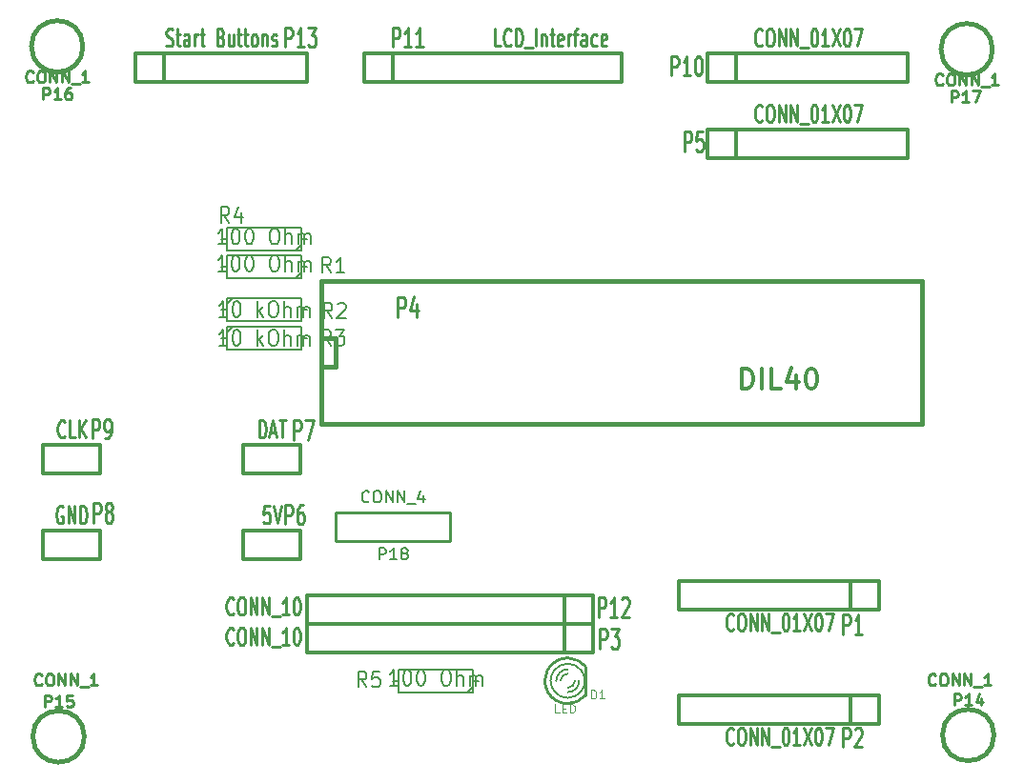
<source format=gto>
G04 (created by PCBNEW (2013-07-07 BZR 4022)-stable) date 12/21/2016 7:44:16 PM*
%MOIN*%
G04 Gerber Fmt 3.4, Leading zero omitted, Abs format*
%FSLAX34Y34*%
G01*
G70*
G90*
G04 APERTURE LIST*
%ADD10C,0.00590551*%
%ADD11C,0.012*%
%ADD12C,0.01*%
%ADD13C,0.006*%
%ADD14C,0.015*%
%ADD15C,0.008*%
%ADD16C,0.0107*%
%ADD17C,0.0035*%
%ADD18C,0.01125*%
G04 APERTURE END LIST*
G54D10*
G54D11*
X94500Y-54050D02*
X94500Y-55050D01*
X94500Y-55050D02*
X85500Y-55050D01*
X85500Y-55050D02*
X85500Y-54050D01*
X94500Y-54050D02*
X85500Y-54050D01*
X86500Y-54050D02*
X86500Y-55050D01*
X97500Y-54050D02*
X97500Y-54050D01*
X97500Y-54050D02*
X104500Y-54050D01*
X104500Y-54050D02*
X104500Y-55050D01*
X104500Y-55050D02*
X97500Y-55050D01*
X97500Y-55050D02*
X97500Y-54050D01*
X98500Y-55050D02*
X98500Y-55050D01*
X98500Y-55050D02*
X98500Y-54050D01*
X97500Y-56700D02*
X97500Y-56700D01*
X97500Y-56700D02*
X104500Y-56700D01*
X104500Y-56700D02*
X104500Y-57700D01*
X104500Y-57700D02*
X97500Y-57700D01*
X97500Y-57700D02*
X97500Y-56700D01*
X98500Y-57700D02*
X98500Y-57700D01*
X98500Y-57700D02*
X98500Y-56700D01*
X103500Y-77500D02*
X103500Y-77500D01*
X103500Y-77500D02*
X96500Y-77500D01*
X96500Y-77500D02*
X96500Y-76500D01*
X96500Y-76500D02*
X103500Y-76500D01*
X103500Y-76500D02*
X103500Y-77500D01*
X102500Y-76500D02*
X102500Y-76500D01*
X102500Y-76500D02*
X102500Y-77500D01*
X103500Y-73500D02*
X103500Y-73500D01*
X103500Y-73500D02*
X96500Y-73500D01*
X96500Y-73500D02*
X96500Y-72500D01*
X96500Y-72500D02*
X103500Y-72500D01*
X103500Y-72500D02*
X103500Y-73500D01*
X102500Y-72500D02*
X102500Y-72500D01*
X102500Y-72500D02*
X102500Y-73500D01*
X77500Y-55050D02*
X77500Y-54050D01*
X77500Y-54050D02*
X83500Y-54050D01*
X83500Y-54050D02*
X83500Y-55050D01*
X83500Y-55050D02*
X77500Y-55050D01*
X78500Y-55050D02*
X78500Y-54050D01*
X81250Y-68750D02*
X81250Y-67750D01*
X81250Y-67750D02*
X83250Y-67750D01*
X83250Y-67750D02*
X83250Y-68750D01*
X83250Y-68750D02*
X81250Y-68750D01*
X81250Y-71750D02*
X81250Y-70750D01*
X81250Y-70750D02*
X83250Y-70750D01*
X83250Y-70750D02*
X83250Y-71750D01*
X83250Y-71750D02*
X81250Y-71750D01*
X74250Y-71750D02*
X74250Y-70750D01*
X74250Y-70750D02*
X76250Y-70750D01*
X76250Y-70750D02*
X76250Y-71750D01*
X76250Y-71750D02*
X74250Y-71750D01*
X74250Y-68750D02*
X74250Y-67750D01*
X74250Y-67750D02*
X76250Y-67750D01*
X76250Y-67750D02*
X76250Y-68750D01*
X76250Y-68750D02*
X74250Y-68750D01*
G54D12*
X93220Y-76500D02*
X93220Y-75500D01*
G54D13*
X92139Y-75615D02*
G75*
G03X92000Y-76000I460J-384D01*
G74*
G01*
X92000Y-76000D02*
G75*
G03X92151Y-76397I599J0D01*
G74*
G01*
X93199Y-76000D02*
G75*
G03X93055Y-75610I-599J0D01*
G74*
G01*
X93060Y-76384D02*
G75*
G03X93200Y-76000I-460J384D01*
G74*
G01*
X93087Y-75650D02*
G75*
G03X92600Y-75400I-487J-349D01*
G74*
G01*
X92600Y-75400D02*
G75*
G03X92120Y-75639I0J-600D01*
G74*
G01*
X92600Y-76599D02*
G75*
G03X93072Y-76368I0J599D01*
G74*
G01*
X92126Y-76368D02*
G75*
G03X92600Y-76600I473J368D01*
G74*
G01*
X92600Y-75750D02*
G75*
G03X92350Y-76000I0J-250D01*
G74*
G01*
X92600Y-75600D02*
G75*
G03X92200Y-76000I0J-400D01*
G74*
G01*
X92600Y-76250D02*
G75*
G03X92850Y-76000I0J250D01*
G74*
G01*
X92600Y-76400D02*
G75*
G03X93000Y-76000I0J400D01*
G74*
G01*
G54D12*
X93213Y-75486D02*
G75*
G03X92600Y-75200I-613J-513D01*
G74*
G01*
X92600Y-75201D02*
G75*
G03X91895Y-75623I0J-799D01*
G74*
G01*
X92601Y-76798D02*
G75*
G03X93210Y-76515I-1J798D01*
G74*
G01*
X91905Y-76397D02*
G75*
G03X92600Y-76800I694J397D01*
G74*
G01*
X91895Y-75620D02*
G75*
G03X91800Y-76000I704J-379D01*
G74*
G01*
X91800Y-76000D02*
G75*
G03X91918Y-76418I799J0D01*
G74*
G01*
G54D14*
X84000Y-64000D02*
X84500Y-64000D01*
X84500Y-64000D02*
X84500Y-65000D01*
X84500Y-65000D02*
X84000Y-65000D01*
X84000Y-62000D02*
X105000Y-62000D01*
X105000Y-62000D02*
X105000Y-67000D01*
X105000Y-67000D02*
X84000Y-67000D01*
X84000Y-67000D02*
X84000Y-62000D01*
G54D11*
X93500Y-73000D02*
X93500Y-74000D01*
X93500Y-74000D02*
X83500Y-74000D01*
X83500Y-74000D02*
X83500Y-73000D01*
X83500Y-73000D02*
X93500Y-73000D01*
X92500Y-73000D02*
X92500Y-74000D01*
X93500Y-74000D02*
X93500Y-75000D01*
X93500Y-75000D02*
X83500Y-75000D01*
X83500Y-75000D02*
X83500Y-74000D01*
X83500Y-74000D02*
X93500Y-74000D01*
X92500Y-74000D02*
X92500Y-75000D01*
G54D15*
X80500Y-63000D02*
X80700Y-63000D01*
X83500Y-63000D02*
X83300Y-63000D01*
X83300Y-63000D02*
X83300Y-62600D01*
X83300Y-62600D02*
X80700Y-62600D01*
X80700Y-62600D02*
X80700Y-63400D01*
X80700Y-63400D02*
X83300Y-63400D01*
X83300Y-63400D02*
X83300Y-63000D01*
X80700Y-62800D02*
X80900Y-62600D01*
G54D14*
X107500Y-77900D02*
G75*
G03X107500Y-77900I-900J0D01*
G74*
G01*
X75700Y-77950D02*
G75*
G03X75700Y-77950I-900J0D01*
G74*
G01*
X75650Y-53800D02*
G75*
G03X75650Y-53800I-900J0D01*
G74*
G01*
X107450Y-53900D02*
G75*
G03X107450Y-53900I-900J0D01*
G74*
G01*
G54D15*
X83500Y-61500D02*
X83300Y-61500D01*
X80500Y-61500D02*
X80700Y-61500D01*
X80700Y-61500D02*
X80700Y-61900D01*
X80700Y-61900D02*
X83300Y-61900D01*
X83300Y-61900D02*
X83300Y-61100D01*
X83300Y-61100D02*
X80700Y-61100D01*
X80700Y-61100D02*
X80700Y-61500D01*
X83300Y-61700D02*
X83100Y-61900D01*
X80500Y-64000D02*
X80700Y-64000D01*
X83500Y-64000D02*
X83300Y-64000D01*
X83300Y-64000D02*
X83300Y-63600D01*
X83300Y-63600D02*
X80700Y-63600D01*
X80700Y-63600D02*
X80700Y-64400D01*
X80700Y-64400D02*
X83300Y-64400D01*
X83300Y-64400D02*
X83300Y-64000D01*
X80700Y-63800D02*
X80900Y-63600D01*
X83500Y-60550D02*
X83300Y-60550D01*
X80500Y-60550D02*
X80700Y-60550D01*
X80700Y-60550D02*
X80700Y-60950D01*
X80700Y-60950D02*
X83300Y-60950D01*
X83300Y-60950D02*
X83300Y-60150D01*
X83300Y-60150D02*
X80700Y-60150D01*
X80700Y-60150D02*
X80700Y-60550D01*
X83300Y-60750D02*
X83100Y-60950D01*
X89500Y-76000D02*
X89300Y-76000D01*
X86500Y-76000D02*
X86700Y-76000D01*
X86700Y-76000D02*
X86700Y-76400D01*
X86700Y-76400D02*
X89300Y-76400D01*
X89300Y-76400D02*
X89300Y-75600D01*
X89300Y-75600D02*
X86700Y-75600D01*
X86700Y-75600D02*
X86700Y-76000D01*
X89300Y-76200D02*
X89100Y-76400D01*
G54D12*
X84500Y-70100D02*
X88500Y-70100D01*
X84500Y-71100D02*
X88500Y-71100D01*
X88500Y-71100D02*
X88500Y-70100D01*
X84500Y-70100D02*
X84500Y-71100D01*
G54D16*
X86480Y-53825D02*
X86480Y-53144D01*
X86643Y-53144D01*
X86684Y-53177D01*
X86704Y-53209D01*
X86724Y-53274D01*
X86724Y-53371D01*
X86704Y-53436D01*
X86684Y-53468D01*
X86643Y-53501D01*
X86480Y-53501D01*
X87132Y-53825D02*
X86887Y-53825D01*
X87010Y-53825D02*
X87010Y-53144D01*
X86969Y-53241D01*
X86928Y-53306D01*
X86887Y-53339D01*
X87540Y-53825D02*
X87295Y-53825D01*
X87417Y-53825D02*
X87417Y-53144D01*
X87377Y-53241D01*
X87336Y-53306D01*
X87295Y-53339D01*
G54D11*
G54D12*
X90247Y-53792D02*
X90057Y-53792D01*
X90057Y-53192D01*
X90609Y-53735D02*
X90590Y-53764D01*
X90533Y-53792D01*
X90495Y-53792D01*
X90438Y-53764D01*
X90400Y-53707D01*
X90380Y-53650D01*
X90361Y-53535D01*
X90361Y-53450D01*
X90380Y-53335D01*
X90400Y-53278D01*
X90438Y-53221D01*
X90495Y-53192D01*
X90533Y-53192D01*
X90590Y-53221D01*
X90609Y-53250D01*
X90780Y-53792D02*
X90780Y-53192D01*
X90876Y-53192D01*
X90933Y-53221D01*
X90971Y-53278D01*
X90990Y-53335D01*
X91009Y-53450D01*
X91009Y-53535D01*
X90990Y-53650D01*
X90971Y-53707D01*
X90933Y-53764D01*
X90876Y-53792D01*
X90780Y-53792D01*
X91085Y-53850D02*
X91390Y-53850D01*
X91485Y-53792D02*
X91485Y-53192D01*
X91676Y-53392D02*
X91676Y-53792D01*
X91676Y-53450D02*
X91695Y-53421D01*
X91733Y-53392D01*
X91790Y-53392D01*
X91828Y-53421D01*
X91847Y-53478D01*
X91847Y-53792D01*
X91980Y-53392D02*
X92133Y-53392D01*
X92038Y-53192D02*
X92038Y-53707D01*
X92057Y-53764D01*
X92095Y-53792D01*
X92133Y-53792D01*
X92419Y-53764D02*
X92380Y-53792D01*
X92304Y-53792D01*
X92266Y-53764D01*
X92247Y-53707D01*
X92247Y-53478D01*
X92266Y-53421D01*
X92304Y-53392D01*
X92380Y-53392D01*
X92419Y-53421D01*
X92438Y-53478D01*
X92438Y-53535D01*
X92247Y-53592D01*
X92609Y-53792D02*
X92609Y-53392D01*
X92609Y-53507D02*
X92628Y-53450D01*
X92647Y-53421D01*
X92685Y-53392D01*
X92723Y-53392D01*
X92800Y-53392D02*
X92952Y-53392D01*
X92857Y-53792D02*
X92857Y-53278D01*
X92876Y-53221D01*
X92914Y-53192D01*
X92952Y-53192D01*
X93257Y-53792D02*
X93257Y-53478D01*
X93238Y-53421D01*
X93199Y-53392D01*
X93123Y-53392D01*
X93085Y-53421D01*
X93257Y-53764D02*
X93219Y-53792D01*
X93123Y-53792D01*
X93085Y-53764D01*
X93066Y-53707D01*
X93066Y-53650D01*
X93085Y-53592D01*
X93123Y-53564D01*
X93219Y-53564D01*
X93257Y-53535D01*
X93619Y-53764D02*
X93580Y-53792D01*
X93504Y-53792D01*
X93466Y-53764D01*
X93447Y-53735D01*
X93428Y-53678D01*
X93428Y-53507D01*
X93447Y-53450D01*
X93466Y-53421D01*
X93504Y-53392D01*
X93580Y-53392D01*
X93619Y-53421D01*
X93942Y-53764D02*
X93904Y-53792D01*
X93828Y-53792D01*
X93790Y-53764D01*
X93771Y-53707D01*
X93771Y-53478D01*
X93790Y-53421D01*
X93828Y-53392D01*
X93904Y-53392D01*
X93942Y-53421D01*
X93961Y-53478D01*
X93961Y-53535D01*
X93771Y-53592D01*
G54D11*
G54D16*
X96230Y-54825D02*
X96230Y-54144D01*
X96393Y-54144D01*
X96434Y-54177D01*
X96454Y-54209D01*
X96474Y-54274D01*
X96474Y-54371D01*
X96454Y-54436D01*
X96434Y-54468D01*
X96393Y-54501D01*
X96230Y-54501D01*
X96882Y-54825D02*
X96637Y-54825D01*
X96760Y-54825D02*
X96760Y-54144D01*
X96719Y-54241D01*
X96678Y-54306D01*
X96637Y-54339D01*
X97147Y-54144D02*
X97188Y-54144D01*
X97228Y-54177D01*
X97249Y-54209D01*
X97269Y-54274D01*
X97290Y-54404D01*
X97290Y-54566D01*
X97269Y-54695D01*
X97249Y-54760D01*
X97228Y-54793D01*
X97188Y-54825D01*
X97147Y-54825D01*
X97106Y-54793D01*
X97086Y-54760D01*
X97065Y-54695D01*
X97045Y-54566D01*
X97045Y-54404D01*
X97065Y-54274D01*
X97086Y-54209D01*
X97106Y-54177D01*
X97147Y-54144D01*
G54D11*
G54D12*
X99390Y-53735D02*
X99371Y-53764D01*
X99314Y-53792D01*
X99276Y-53792D01*
X99219Y-53764D01*
X99180Y-53707D01*
X99161Y-53650D01*
X99142Y-53535D01*
X99142Y-53450D01*
X99161Y-53335D01*
X99180Y-53278D01*
X99219Y-53221D01*
X99276Y-53192D01*
X99314Y-53192D01*
X99371Y-53221D01*
X99390Y-53250D01*
X99638Y-53192D02*
X99714Y-53192D01*
X99752Y-53221D01*
X99790Y-53278D01*
X99809Y-53392D01*
X99809Y-53592D01*
X99790Y-53707D01*
X99752Y-53764D01*
X99714Y-53792D01*
X99638Y-53792D01*
X99600Y-53764D01*
X99561Y-53707D01*
X99542Y-53592D01*
X99542Y-53392D01*
X99561Y-53278D01*
X99600Y-53221D01*
X99638Y-53192D01*
X99980Y-53792D02*
X99980Y-53192D01*
X100209Y-53792D01*
X100209Y-53192D01*
X100400Y-53792D02*
X100400Y-53192D01*
X100628Y-53792D01*
X100628Y-53192D01*
X100723Y-53850D02*
X101028Y-53850D01*
X101200Y-53192D02*
X101238Y-53192D01*
X101276Y-53221D01*
X101295Y-53250D01*
X101314Y-53307D01*
X101333Y-53421D01*
X101333Y-53564D01*
X101314Y-53678D01*
X101295Y-53735D01*
X101276Y-53764D01*
X101238Y-53792D01*
X101200Y-53792D01*
X101161Y-53764D01*
X101142Y-53735D01*
X101123Y-53678D01*
X101104Y-53564D01*
X101104Y-53421D01*
X101123Y-53307D01*
X101142Y-53250D01*
X101161Y-53221D01*
X101200Y-53192D01*
X101714Y-53792D02*
X101485Y-53792D01*
X101600Y-53792D02*
X101600Y-53192D01*
X101561Y-53278D01*
X101523Y-53335D01*
X101485Y-53364D01*
X101847Y-53192D02*
X102114Y-53792D01*
X102114Y-53192D02*
X101847Y-53792D01*
X102342Y-53192D02*
X102380Y-53192D01*
X102419Y-53221D01*
X102438Y-53250D01*
X102457Y-53307D01*
X102476Y-53421D01*
X102476Y-53564D01*
X102457Y-53678D01*
X102438Y-53735D01*
X102419Y-53764D01*
X102380Y-53792D01*
X102342Y-53792D01*
X102304Y-53764D01*
X102285Y-53735D01*
X102266Y-53678D01*
X102247Y-53564D01*
X102247Y-53421D01*
X102266Y-53307D01*
X102285Y-53250D01*
X102304Y-53221D01*
X102342Y-53192D01*
X102609Y-53192D02*
X102876Y-53192D01*
X102704Y-53792D01*
G54D11*
G54D16*
X96684Y-57475D02*
X96684Y-56794D01*
X96847Y-56794D01*
X96887Y-56827D01*
X96908Y-56859D01*
X96928Y-56924D01*
X96928Y-57021D01*
X96908Y-57086D01*
X96887Y-57118D01*
X96847Y-57151D01*
X96684Y-57151D01*
X97315Y-56794D02*
X97112Y-56794D01*
X97091Y-57118D01*
X97112Y-57086D01*
X97152Y-57054D01*
X97254Y-57054D01*
X97295Y-57086D01*
X97315Y-57118D01*
X97336Y-57183D01*
X97336Y-57345D01*
X97315Y-57410D01*
X97295Y-57443D01*
X97254Y-57475D01*
X97152Y-57475D01*
X97112Y-57443D01*
X97091Y-57410D01*
G54D11*
G54D12*
X99390Y-56385D02*
X99371Y-56414D01*
X99314Y-56442D01*
X99276Y-56442D01*
X99219Y-56414D01*
X99180Y-56357D01*
X99161Y-56300D01*
X99142Y-56185D01*
X99142Y-56100D01*
X99161Y-55985D01*
X99180Y-55928D01*
X99219Y-55871D01*
X99276Y-55842D01*
X99314Y-55842D01*
X99371Y-55871D01*
X99390Y-55900D01*
X99638Y-55842D02*
X99714Y-55842D01*
X99752Y-55871D01*
X99790Y-55928D01*
X99809Y-56042D01*
X99809Y-56242D01*
X99790Y-56357D01*
X99752Y-56414D01*
X99714Y-56442D01*
X99638Y-56442D01*
X99600Y-56414D01*
X99561Y-56357D01*
X99542Y-56242D01*
X99542Y-56042D01*
X99561Y-55928D01*
X99600Y-55871D01*
X99638Y-55842D01*
X99980Y-56442D02*
X99980Y-55842D01*
X100209Y-56442D01*
X100209Y-55842D01*
X100400Y-56442D02*
X100400Y-55842D01*
X100628Y-56442D01*
X100628Y-55842D01*
X100723Y-56500D02*
X101028Y-56500D01*
X101200Y-55842D02*
X101238Y-55842D01*
X101276Y-55871D01*
X101295Y-55900D01*
X101314Y-55957D01*
X101333Y-56071D01*
X101333Y-56214D01*
X101314Y-56328D01*
X101295Y-56385D01*
X101276Y-56414D01*
X101238Y-56442D01*
X101200Y-56442D01*
X101161Y-56414D01*
X101142Y-56385D01*
X101123Y-56328D01*
X101104Y-56214D01*
X101104Y-56071D01*
X101123Y-55957D01*
X101142Y-55900D01*
X101161Y-55871D01*
X101200Y-55842D01*
X101714Y-56442D02*
X101485Y-56442D01*
X101600Y-56442D02*
X101600Y-55842D01*
X101561Y-55928D01*
X101523Y-55985D01*
X101485Y-56014D01*
X101847Y-55842D02*
X102114Y-56442D01*
X102114Y-55842D02*
X101847Y-56442D01*
X102342Y-55842D02*
X102380Y-55842D01*
X102419Y-55871D01*
X102438Y-55900D01*
X102457Y-55957D01*
X102476Y-56071D01*
X102476Y-56214D01*
X102457Y-56328D01*
X102438Y-56385D01*
X102419Y-56414D01*
X102380Y-56442D01*
X102342Y-56442D01*
X102304Y-56414D01*
X102285Y-56385D01*
X102266Y-56328D01*
X102247Y-56214D01*
X102247Y-56071D01*
X102266Y-55957D01*
X102285Y-55900D01*
X102304Y-55871D01*
X102342Y-55842D01*
X102609Y-55842D02*
X102876Y-55842D01*
X102704Y-56442D01*
G54D11*
G54D16*
X102234Y-78325D02*
X102234Y-77644D01*
X102397Y-77644D01*
X102437Y-77677D01*
X102458Y-77709D01*
X102478Y-77774D01*
X102478Y-77871D01*
X102458Y-77936D01*
X102437Y-77968D01*
X102397Y-78001D01*
X102234Y-78001D01*
X102641Y-77709D02*
X102662Y-77677D01*
X102702Y-77644D01*
X102804Y-77644D01*
X102845Y-77677D01*
X102865Y-77709D01*
X102886Y-77774D01*
X102886Y-77839D01*
X102865Y-77936D01*
X102621Y-78325D01*
X102886Y-78325D01*
G54D11*
G54D12*
X98390Y-78185D02*
X98371Y-78214D01*
X98314Y-78242D01*
X98276Y-78242D01*
X98219Y-78214D01*
X98180Y-78157D01*
X98161Y-78100D01*
X98142Y-77985D01*
X98142Y-77900D01*
X98161Y-77785D01*
X98180Y-77728D01*
X98219Y-77671D01*
X98276Y-77642D01*
X98314Y-77642D01*
X98371Y-77671D01*
X98390Y-77700D01*
X98638Y-77642D02*
X98714Y-77642D01*
X98752Y-77671D01*
X98790Y-77728D01*
X98809Y-77842D01*
X98809Y-78042D01*
X98790Y-78157D01*
X98752Y-78214D01*
X98714Y-78242D01*
X98638Y-78242D01*
X98600Y-78214D01*
X98561Y-78157D01*
X98542Y-78042D01*
X98542Y-77842D01*
X98561Y-77728D01*
X98600Y-77671D01*
X98638Y-77642D01*
X98980Y-78242D02*
X98980Y-77642D01*
X99209Y-78242D01*
X99209Y-77642D01*
X99400Y-78242D02*
X99400Y-77642D01*
X99628Y-78242D01*
X99628Y-77642D01*
X99723Y-78300D02*
X100028Y-78300D01*
X100200Y-77642D02*
X100238Y-77642D01*
X100276Y-77671D01*
X100295Y-77700D01*
X100314Y-77757D01*
X100333Y-77871D01*
X100333Y-78014D01*
X100314Y-78128D01*
X100295Y-78185D01*
X100276Y-78214D01*
X100238Y-78242D01*
X100200Y-78242D01*
X100161Y-78214D01*
X100142Y-78185D01*
X100123Y-78128D01*
X100104Y-78014D01*
X100104Y-77871D01*
X100123Y-77757D01*
X100142Y-77700D01*
X100161Y-77671D01*
X100200Y-77642D01*
X100714Y-78242D02*
X100485Y-78242D01*
X100600Y-78242D02*
X100600Y-77642D01*
X100561Y-77728D01*
X100523Y-77785D01*
X100485Y-77814D01*
X100847Y-77642D02*
X101114Y-78242D01*
X101114Y-77642D02*
X100847Y-78242D01*
X101342Y-77642D02*
X101380Y-77642D01*
X101419Y-77671D01*
X101438Y-77700D01*
X101457Y-77757D01*
X101476Y-77871D01*
X101476Y-78014D01*
X101457Y-78128D01*
X101438Y-78185D01*
X101419Y-78214D01*
X101380Y-78242D01*
X101342Y-78242D01*
X101304Y-78214D01*
X101285Y-78185D01*
X101266Y-78128D01*
X101247Y-78014D01*
X101247Y-77871D01*
X101266Y-77757D01*
X101285Y-77700D01*
X101304Y-77671D01*
X101342Y-77642D01*
X101609Y-77642D02*
X101876Y-77642D01*
X101704Y-78242D01*
G54D11*
G54D16*
X102234Y-74375D02*
X102234Y-73694D01*
X102397Y-73694D01*
X102437Y-73727D01*
X102458Y-73759D01*
X102478Y-73824D01*
X102478Y-73921D01*
X102458Y-73986D01*
X102437Y-74018D01*
X102397Y-74051D01*
X102234Y-74051D01*
X102886Y-74375D02*
X102641Y-74375D01*
X102764Y-74375D02*
X102764Y-73694D01*
X102723Y-73791D01*
X102682Y-73856D01*
X102641Y-73889D01*
G54D11*
G54D12*
X98390Y-74185D02*
X98371Y-74214D01*
X98314Y-74242D01*
X98276Y-74242D01*
X98219Y-74214D01*
X98180Y-74157D01*
X98161Y-74100D01*
X98142Y-73985D01*
X98142Y-73900D01*
X98161Y-73785D01*
X98180Y-73728D01*
X98219Y-73671D01*
X98276Y-73642D01*
X98314Y-73642D01*
X98371Y-73671D01*
X98390Y-73700D01*
X98638Y-73642D02*
X98714Y-73642D01*
X98752Y-73671D01*
X98790Y-73728D01*
X98809Y-73842D01*
X98809Y-74042D01*
X98790Y-74157D01*
X98752Y-74214D01*
X98714Y-74242D01*
X98638Y-74242D01*
X98600Y-74214D01*
X98561Y-74157D01*
X98542Y-74042D01*
X98542Y-73842D01*
X98561Y-73728D01*
X98600Y-73671D01*
X98638Y-73642D01*
X98980Y-74242D02*
X98980Y-73642D01*
X99209Y-74242D01*
X99209Y-73642D01*
X99400Y-74242D02*
X99400Y-73642D01*
X99628Y-74242D01*
X99628Y-73642D01*
X99723Y-74300D02*
X100028Y-74300D01*
X100200Y-73642D02*
X100238Y-73642D01*
X100276Y-73671D01*
X100295Y-73700D01*
X100314Y-73757D01*
X100333Y-73871D01*
X100333Y-74014D01*
X100314Y-74128D01*
X100295Y-74185D01*
X100276Y-74214D01*
X100238Y-74242D01*
X100200Y-74242D01*
X100161Y-74214D01*
X100142Y-74185D01*
X100123Y-74128D01*
X100104Y-74014D01*
X100104Y-73871D01*
X100123Y-73757D01*
X100142Y-73700D01*
X100161Y-73671D01*
X100200Y-73642D01*
X100714Y-74242D02*
X100485Y-74242D01*
X100600Y-74242D02*
X100600Y-73642D01*
X100561Y-73728D01*
X100523Y-73785D01*
X100485Y-73814D01*
X100847Y-73642D02*
X101114Y-74242D01*
X101114Y-73642D02*
X100847Y-74242D01*
X101342Y-73642D02*
X101380Y-73642D01*
X101419Y-73671D01*
X101438Y-73700D01*
X101457Y-73757D01*
X101476Y-73871D01*
X101476Y-74014D01*
X101457Y-74128D01*
X101438Y-74185D01*
X101419Y-74214D01*
X101380Y-74242D01*
X101342Y-74242D01*
X101304Y-74214D01*
X101285Y-74185D01*
X101266Y-74128D01*
X101247Y-74014D01*
X101247Y-73871D01*
X101266Y-73757D01*
X101285Y-73700D01*
X101304Y-73671D01*
X101342Y-73642D01*
X101609Y-73642D02*
X101876Y-73642D01*
X101704Y-74242D01*
G54D11*
G54D16*
X82730Y-53825D02*
X82730Y-53144D01*
X82893Y-53144D01*
X82934Y-53177D01*
X82954Y-53209D01*
X82974Y-53274D01*
X82974Y-53371D01*
X82954Y-53436D01*
X82934Y-53468D01*
X82893Y-53501D01*
X82730Y-53501D01*
X83382Y-53825D02*
X83137Y-53825D01*
X83260Y-53825D02*
X83260Y-53144D01*
X83219Y-53241D01*
X83178Y-53306D01*
X83137Y-53339D01*
X83525Y-53144D02*
X83790Y-53144D01*
X83647Y-53404D01*
X83708Y-53404D01*
X83749Y-53436D01*
X83769Y-53468D01*
X83790Y-53533D01*
X83790Y-53695D01*
X83769Y-53760D01*
X83749Y-53793D01*
X83708Y-53825D01*
X83586Y-53825D01*
X83545Y-53793D01*
X83525Y-53760D01*
G54D11*
G54D12*
X78566Y-53764D02*
X78623Y-53792D01*
X78719Y-53792D01*
X78757Y-53764D01*
X78776Y-53735D01*
X78795Y-53678D01*
X78795Y-53621D01*
X78776Y-53564D01*
X78757Y-53535D01*
X78719Y-53507D01*
X78642Y-53478D01*
X78604Y-53450D01*
X78585Y-53421D01*
X78566Y-53364D01*
X78566Y-53307D01*
X78585Y-53250D01*
X78604Y-53221D01*
X78642Y-53192D01*
X78738Y-53192D01*
X78795Y-53221D01*
X78909Y-53392D02*
X79061Y-53392D01*
X78966Y-53192D02*
X78966Y-53707D01*
X78985Y-53764D01*
X79023Y-53792D01*
X79061Y-53792D01*
X79366Y-53792D02*
X79366Y-53478D01*
X79347Y-53421D01*
X79309Y-53392D01*
X79233Y-53392D01*
X79195Y-53421D01*
X79366Y-53764D02*
X79328Y-53792D01*
X79233Y-53792D01*
X79195Y-53764D01*
X79176Y-53707D01*
X79176Y-53650D01*
X79195Y-53592D01*
X79233Y-53564D01*
X79328Y-53564D01*
X79366Y-53535D01*
X79557Y-53792D02*
X79557Y-53392D01*
X79557Y-53507D02*
X79576Y-53450D01*
X79595Y-53421D01*
X79633Y-53392D01*
X79671Y-53392D01*
X79747Y-53392D02*
X79900Y-53392D01*
X79804Y-53192D02*
X79804Y-53707D01*
X79823Y-53764D01*
X79861Y-53792D01*
X79900Y-53792D01*
X80471Y-53478D02*
X80528Y-53507D01*
X80547Y-53535D01*
X80566Y-53592D01*
X80566Y-53678D01*
X80547Y-53735D01*
X80528Y-53764D01*
X80490Y-53792D01*
X80338Y-53792D01*
X80338Y-53192D01*
X80471Y-53192D01*
X80509Y-53221D01*
X80528Y-53250D01*
X80547Y-53307D01*
X80547Y-53364D01*
X80528Y-53421D01*
X80509Y-53450D01*
X80471Y-53478D01*
X80338Y-53478D01*
X80909Y-53392D02*
X80909Y-53792D01*
X80738Y-53392D02*
X80738Y-53707D01*
X80757Y-53764D01*
X80795Y-53792D01*
X80852Y-53792D01*
X80890Y-53764D01*
X80909Y-53735D01*
X81042Y-53392D02*
X81195Y-53392D01*
X81100Y-53192D02*
X81100Y-53707D01*
X81119Y-53764D01*
X81157Y-53792D01*
X81195Y-53792D01*
X81271Y-53392D02*
X81423Y-53392D01*
X81328Y-53192D02*
X81328Y-53707D01*
X81347Y-53764D01*
X81385Y-53792D01*
X81423Y-53792D01*
X81614Y-53792D02*
X81576Y-53764D01*
X81557Y-53735D01*
X81538Y-53678D01*
X81538Y-53507D01*
X81557Y-53450D01*
X81576Y-53421D01*
X81614Y-53392D01*
X81671Y-53392D01*
X81709Y-53421D01*
X81728Y-53450D01*
X81747Y-53507D01*
X81747Y-53678D01*
X81728Y-53735D01*
X81709Y-53764D01*
X81671Y-53792D01*
X81614Y-53792D01*
X81919Y-53392D02*
X81919Y-53792D01*
X81919Y-53450D02*
X81938Y-53421D01*
X81976Y-53392D01*
X82033Y-53392D01*
X82071Y-53421D01*
X82090Y-53478D01*
X82090Y-53792D01*
X82261Y-53764D02*
X82299Y-53792D01*
X82376Y-53792D01*
X82414Y-53764D01*
X82433Y-53707D01*
X82433Y-53678D01*
X82414Y-53621D01*
X82376Y-53592D01*
X82319Y-53592D01*
X82280Y-53564D01*
X82261Y-53507D01*
X82261Y-53478D01*
X82280Y-53421D01*
X82319Y-53392D01*
X82376Y-53392D01*
X82414Y-53421D01*
G54D11*
G54D16*
X83034Y-67575D02*
X83034Y-66894D01*
X83197Y-66894D01*
X83237Y-66927D01*
X83258Y-66959D01*
X83278Y-67024D01*
X83278Y-67121D01*
X83258Y-67186D01*
X83237Y-67218D01*
X83197Y-67251D01*
X83034Y-67251D01*
X83421Y-66894D02*
X83706Y-66894D01*
X83523Y-67575D01*
G54D11*
G54D12*
X81821Y-67492D02*
X81821Y-66892D01*
X81916Y-66892D01*
X81973Y-66921D01*
X82011Y-66978D01*
X82030Y-67035D01*
X82050Y-67150D01*
X82050Y-67235D01*
X82030Y-67350D01*
X82011Y-67407D01*
X81973Y-67464D01*
X81916Y-67492D01*
X81821Y-67492D01*
X82202Y-67321D02*
X82392Y-67321D01*
X82164Y-67492D02*
X82297Y-66892D01*
X82430Y-67492D01*
X82507Y-66892D02*
X82735Y-66892D01*
X82621Y-67492D02*
X82621Y-66892D01*
G54D11*
G54D16*
X82734Y-70525D02*
X82734Y-69844D01*
X82897Y-69844D01*
X82937Y-69877D01*
X82958Y-69909D01*
X82978Y-69974D01*
X82978Y-70071D01*
X82958Y-70136D01*
X82937Y-70168D01*
X82897Y-70201D01*
X82734Y-70201D01*
X83345Y-69844D02*
X83264Y-69844D01*
X83223Y-69877D01*
X83202Y-69909D01*
X83162Y-70006D01*
X83141Y-70136D01*
X83141Y-70395D01*
X83162Y-70460D01*
X83182Y-70493D01*
X83223Y-70525D01*
X83304Y-70525D01*
X83345Y-70493D01*
X83365Y-70460D01*
X83386Y-70395D01*
X83386Y-70233D01*
X83365Y-70168D01*
X83345Y-70136D01*
X83304Y-70104D01*
X83223Y-70104D01*
X83182Y-70136D01*
X83162Y-70168D01*
X83141Y-70233D01*
G54D11*
G54D12*
X82173Y-69892D02*
X81983Y-69892D01*
X81964Y-70178D01*
X81983Y-70150D01*
X82021Y-70121D01*
X82116Y-70121D01*
X82154Y-70150D01*
X82173Y-70178D01*
X82192Y-70235D01*
X82192Y-70378D01*
X82173Y-70435D01*
X82154Y-70464D01*
X82116Y-70492D01*
X82021Y-70492D01*
X81983Y-70464D01*
X81964Y-70435D01*
X82307Y-69892D02*
X82440Y-70492D01*
X82573Y-69892D01*
G54D11*
G54D16*
X76034Y-70475D02*
X76034Y-69794D01*
X76197Y-69794D01*
X76237Y-69827D01*
X76258Y-69859D01*
X76278Y-69924D01*
X76278Y-70021D01*
X76258Y-70086D01*
X76237Y-70118D01*
X76197Y-70151D01*
X76034Y-70151D01*
X76523Y-70086D02*
X76482Y-70054D01*
X76462Y-70021D01*
X76441Y-69956D01*
X76441Y-69924D01*
X76462Y-69859D01*
X76482Y-69827D01*
X76523Y-69794D01*
X76604Y-69794D01*
X76645Y-69827D01*
X76665Y-69859D01*
X76686Y-69924D01*
X76686Y-69956D01*
X76665Y-70021D01*
X76645Y-70054D01*
X76604Y-70086D01*
X76523Y-70086D01*
X76482Y-70118D01*
X76462Y-70151D01*
X76441Y-70216D01*
X76441Y-70345D01*
X76462Y-70410D01*
X76482Y-70443D01*
X76523Y-70475D01*
X76604Y-70475D01*
X76645Y-70443D01*
X76665Y-70410D01*
X76686Y-70345D01*
X76686Y-70216D01*
X76665Y-70151D01*
X76645Y-70118D01*
X76604Y-70086D01*
G54D11*
G54D12*
X74945Y-69921D02*
X74907Y-69892D01*
X74850Y-69892D01*
X74792Y-69921D01*
X74754Y-69978D01*
X74735Y-70035D01*
X74716Y-70150D01*
X74716Y-70235D01*
X74735Y-70350D01*
X74754Y-70407D01*
X74792Y-70464D01*
X74850Y-70492D01*
X74888Y-70492D01*
X74945Y-70464D01*
X74964Y-70435D01*
X74964Y-70235D01*
X74888Y-70235D01*
X75135Y-70492D02*
X75135Y-69892D01*
X75364Y-70492D01*
X75364Y-69892D01*
X75554Y-70492D02*
X75554Y-69892D01*
X75650Y-69892D01*
X75707Y-69921D01*
X75745Y-69978D01*
X75764Y-70035D01*
X75783Y-70150D01*
X75783Y-70235D01*
X75764Y-70350D01*
X75745Y-70407D01*
X75707Y-70464D01*
X75650Y-70492D01*
X75554Y-70492D01*
G54D11*
G54D16*
X75984Y-67525D02*
X75984Y-66844D01*
X76147Y-66844D01*
X76187Y-66877D01*
X76208Y-66909D01*
X76228Y-66974D01*
X76228Y-67071D01*
X76208Y-67136D01*
X76187Y-67168D01*
X76147Y-67201D01*
X75984Y-67201D01*
X76432Y-67525D02*
X76514Y-67525D01*
X76554Y-67493D01*
X76575Y-67460D01*
X76615Y-67363D01*
X76636Y-67233D01*
X76636Y-66974D01*
X76615Y-66909D01*
X76595Y-66877D01*
X76554Y-66844D01*
X76473Y-66844D01*
X76432Y-66877D01*
X76412Y-66909D01*
X76391Y-66974D01*
X76391Y-67136D01*
X76412Y-67201D01*
X76432Y-67233D01*
X76473Y-67266D01*
X76554Y-67266D01*
X76595Y-67233D01*
X76615Y-67201D01*
X76636Y-67136D01*
G54D11*
G54D12*
X75011Y-67435D02*
X74992Y-67464D01*
X74935Y-67492D01*
X74897Y-67492D01*
X74840Y-67464D01*
X74802Y-67407D01*
X74783Y-67350D01*
X74764Y-67235D01*
X74764Y-67150D01*
X74783Y-67035D01*
X74802Y-66978D01*
X74840Y-66921D01*
X74897Y-66892D01*
X74935Y-66892D01*
X74992Y-66921D01*
X75011Y-66950D01*
X75373Y-67492D02*
X75183Y-67492D01*
X75183Y-66892D01*
X75507Y-67492D02*
X75507Y-66892D01*
X75735Y-67492D02*
X75564Y-67150D01*
X75735Y-66892D02*
X75507Y-67235D01*
G54D11*
G54D17*
X93428Y-76621D02*
X93428Y-76321D01*
X93500Y-76321D01*
X93542Y-76335D01*
X93571Y-76364D01*
X93585Y-76392D01*
X93600Y-76450D01*
X93600Y-76492D01*
X93585Y-76550D01*
X93571Y-76578D01*
X93542Y-76607D01*
X93500Y-76621D01*
X93428Y-76621D01*
X93885Y-76621D02*
X93714Y-76621D01*
X93800Y-76621D02*
X93800Y-76321D01*
X93771Y-76364D01*
X93742Y-76392D01*
X93714Y-76407D01*
X92307Y-77121D02*
X92164Y-77121D01*
X92164Y-76821D01*
X92407Y-76964D02*
X92507Y-76964D01*
X92550Y-77121D02*
X92407Y-77121D01*
X92407Y-76821D01*
X92550Y-76821D01*
X92678Y-77121D02*
X92678Y-76821D01*
X92750Y-76821D01*
X92792Y-76835D01*
X92821Y-76864D01*
X92835Y-76892D01*
X92850Y-76950D01*
X92850Y-76992D01*
X92835Y-77050D01*
X92821Y-77078D01*
X92792Y-77107D01*
X92750Y-77121D01*
X92678Y-77121D01*
G54D18*
X86667Y-63283D02*
X86667Y-62583D01*
X86839Y-62583D01*
X86882Y-62616D01*
X86903Y-62650D01*
X86925Y-62716D01*
X86925Y-62816D01*
X86903Y-62883D01*
X86882Y-62916D01*
X86839Y-62950D01*
X86667Y-62950D01*
X87310Y-62816D02*
X87310Y-63283D01*
X87203Y-62550D02*
X87096Y-63050D01*
X87375Y-63050D01*
G54D11*
X98700Y-65783D02*
X98700Y-65083D01*
X98866Y-65083D01*
X98966Y-65116D01*
X99033Y-65183D01*
X99066Y-65250D01*
X99100Y-65383D01*
X99100Y-65483D01*
X99066Y-65616D01*
X99033Y-65683D01*
X98966Y-65750D01*
X98866Y-65783D01*
X98700Y-65783D01*
X99400Y-65783D02*
X99400Y-65083D01*
X100066Y-65783D02*
X99733Y-65783D01*
X99733Y-65083D01*
X100600Y-65316D02*
X100600Y-65783D01*
X100433Y-65050D02*
X100266Y-65550D01*
X100700Y-65550D01*
X101100Y-65083D02*
X101166Y-65083D01*
X101233Y-65116D01*
X101266Y-65150D01*
X101300Y-65216D01*
X101333Y-65350D01*
X101333Y-65516D01*
X101300Y-65650D01*
X101266Y-65716D01*
X101233Y-65750D01*
X101166Y-65783D01*
X101100Y-65783D01*
X101033Y-65750D01*
X101000Y-65716D01*
X100966Y-65650D01*
X100933Y-65516D01*
X100933Y-65350D01*
X100966Y-65216D01*
X101000Y-65150D01*
X101033Y-65116D01*
X101100Y-65083D01*
G54D16*
X93680Y-73775D02*
X93680Y-73094D01*
X93843Y-73094D01*
X93884Y-73127D01*
X93904Y-73159D01*
X93924Y-73224D01*
X93924Y-73321D01*
X93904Y-73386D01*
X93884Y-73418D01*
X93843Y-73451D01*
X93680Y-73451D01*
X94332Y-73775D02*
X94087Y-73775D01*
X94210Y-73775D02*
X94210Y-73094D01*
X94169Y-73191D01*
X94128Y-73256D01*
X94087Y-73289D01*
X94495Y-73159D02*
X94515Y-73127D01*
X94556Y-73094D01*
X94658Y-73094D01*
X94699Y-73127D01*
X94719Y-73159D01*
X94740Y-73224D01*
X94740Y-73289D01*
X94719Y-73386D01*
X94475Y-73775D01*
X94740Y-73775D01*
G54D11*
G54D12*
X80911Y-73635D02*
X80892Y-73664D01*
X80835Y-73692D01*
X80797Y-73692D01*
X80740Y-73664D01*
X80702Y-73607D01*
X80683Y-73550D01*
X80664Y-73435D01*
X80664Y-73350D01*
X80683Y-73235D01*
X80702Y-73178D01*
X80740Y-73121D01*
X80797Y-73092D01*
X80835Y-73092D01*
X80892Y-73121D01*
X80911Y-73150D01*
X81159Y-73092D02*
X81235Y-73092D01*
X81273Y-73121D01*
X81311Y-73178D01*
X81330Y-73292D01*
X81330Y-73492D01*
X81311Y-73607D01*
X81273Y-73664D01*
X81235Y-73692D01*
X81159Y-73692D01*
X81121Y-73664D01*
X81083Y-73607D01*
X81064Y-73492D01*
X81064Y-73292D01*
X81083Y-73178D01*
X81121Y-73121D01*
X81159Y-73092D01*
X81502Y-73692D02*
X81502Y-73092D01*
X81730Y-73692D01*
X81730Y-73092D01*
X81921Y-73692D02*
X81921Y-73092D01*
X82150Y-73692D01*
X82150Y-73092D01*
X82245Y-73750D02*
X82550Y-73750D01*
X82854Y-73692D02*
X82626Y-73692D01*
X82740Y-73692D02*
X82740Y-73092D01*
X82702Y-73178D01*
X82664Y-73235D01*
X82626Y-73264D01*
X83102Y-73092D02*
X83140Y-73092D01*
X83178Y-73121D01*
X83197Y-73150D01*
X83216Y-73207D01*
X83235Y-73321D01*
X83235Y-73464D01*
X83216Y-73578D01*
X83197Y-73635D01*
X83178Y-73664D01*
X83140Y-73692D01*
X83102Y-73692D01*
X83064Y-73664D01*
X83045Y-73635D01*
X83026Y-73578D01*
X83007Y-73464D01*
X83007Y-73321D01*
X83026Y-73207D01*
X83045Y-73150D01*
X83064Y-73121D01*
X83102Y-73092D01*
G54D11*
G54D16*
X93734Y-74875D02*
X93734Y-74194D01*
X93897Y-74194D01*
X93937Y-74227D01*
X93958Y-74259D01*
X93978Y-74324D01*
X93978Y-74421D01*
X93958Y-74486D01*
X93937Y-74518D01*
X93897Y-74551D01*
X93734Y-74551D01*
X94121Y-74194D02*
X94386Y-74194D01*
X94243Y-74454D01*
X94304Y-74454D01*
X94345Y-74486D01*
X94365Y-74518D01*
X94386Y-74583D01*
X94386Y-74745D01*
X94365Y-74810D01*
X94345Y-74843D01*
X94304Y-74875D01*
X94182Y-74875D01*
X94141Y-74843D01*
X94121Y-74810D01*
G54D11*
G54D12*
X80911Y-74685D02*
X80892Y-74714D01*
X80835Y-74742D01*
X80797Y-74742D01*
X80740Y-74714D01*
X80702Y-74657D01*
X80683Y-74600D01*
X80664Y-74485D01*
X80664Y-74400D01*
X80683Y-74285D01*
X80702Y-74228D01*
X80740Y-74171D01*
X80797Y-74142D01*
X80835Y-74142D01*
X80892Y-74171D01*
X80911Y-74200D01*
X81159Y-74142D02*
X81235Y-74142D01*
X81273Y-74171D01*
X81311Y-74228D01*
X81330Y-74342D01*
X81330Y-74542D01*
X81311Y-74657D01*
X81273Y-74714D01*
X81235Y-74742D01*
X81159Y-74742D01*
X81121Y-74714D01*
X81083Y-74657D01*
X81064Y-74542D01*
X81064Y-74342D01*
X81083Y-74228D01*
X81121Y-74171D01*
X81159Y-74142D01*
X81502Y-74742D02*
X81502Y-74142D01*
X81730Y-74742D01*
X81730Y-74142D01*
X81921Y-74742D02*
X81921Y-74142D01*
X82150Y-74742D01*
X82150Y-74142D01*
X82245Y-74800D02*
X82550Y-74800D01*
X82854Y-74742D02*
X82626Y-74742D01*
X82740Y-74742D02*
X82740Y-74142D01*
X82702Y-74228D01*
X82664Y-74285D01*
X82626Y-74314D01*
X83102Y-74142D02*
X83140Y-74142D01*
X83178Y-74171D01*
X83197Y-74200D01*
X83216Y-74257D01*
X83235Y-74371D01*
X83235Y-74514D01*
X83216Y-74628D01*
X83197Y-74685D01*
X83178Y-74714D01*
X83140Y-74742D01*
X83102Y-74742D01*
X83064Y-74714D01*
X83045Y-74685D01*
X83026Y-74628D01*
X83007Y-74514D01*
X83007Y-74371D01*
X83026Y-74257D01*
X83045Y-74200D01*
X83064Y-74171D01*
X83102Y-74142D01*
G54D11*
G54D15*
X84366Y-63322D02*
X84200Y-63060D01*
X84080Y-63322D02*
X84080Y-62772D01*
X84271Y-62772D01*
X84319Y-62798D01*
X84342Y-62825D01*
X84366Y-62877D01*
X84366Y-62955D01*
X84342Y-63008D01*
X84319Y-63034D01*
X84271Y-63060D01*
X84080Y-63060D01*
X84557Y-62825D02*
X84580Y-62798D01*
X84628Y-62772D01*
X84747Y-62772D01*
X84795Y-62798D01*
X84819Y-62825D01*
X84842Y-62877D01*
X84842Y-62929D01*
X84819Y-63008D01*
X84533Y-63322D01*
X84842Y-63322D01*
X80690Y-63272D02*
X80404Y-63272D01*
X80547Y-63272D02*
X80547Y-62722D01*
X80500Y-62801D01*
X80452Y-62853D01*
X80404Y-62879D01*
X81000Y-62722D02*
X81047Y-62722D01*
X81095Y-62748D01*
X81119Y-62775D01*
X81142Y-62827D01*
X81166Y-62932D01*
X81166Y-63063D01*
X81142Y-63167D01*
X81119Y-63220D01*
X81095Y-63246D01*
X81047Y-63272D01*
X81000Y-63272D01*
X80952Y-63246D01*
X80928Y-63220D01*
X80904Y-63167D01*
X80880Y-63063D01*
X80880Y-62932D01*
X80904Y-62827D01*
X80928Y-62775D01*
X80952Y-62748D01*
X81000Y-62722D01*
X81761Y-63272D02*
X81761Y-62722D01*
X81809Y-63063D02*
X81952Y-63272D01*
X81952Y-62905D02*
X81761Y-63115D01*
X82261Y-62722D02*
X82357Y-62722D01*
X82404Y-62748D01*
X82452Y-62801D01*
X82476Y-62905D01*
X82476Y-63089D01*
X82452Y-63194D01*
X82404Y-63246D01*
X82357Y-63272D01*
X82261Y-63272D01*
X82214Y-63246D01*
X82166Y-63194D01*
X82142Y-63089D01*
X82142Y-62905D01*
X82166Y-62801D01*
X82214Y-62748D01*
X82261Y-62722D01*
X82690Y-63272D02*
X82690Y-62722D01*
X82904Y-63272D02*
X82904Y-62984D01*
X82880Y-62932D01*
X82833Y-62905D01*
X82761Y-62905D01*
X82714Y-62932D01*
X82690Y-62958D01*
X83142Y-63272D02*
X83142Y-62905D01*
X83142Y-62958D02*
X83166Y-62932D01*
X83214Y-62905D01*
X83285Y-62905D01*
X83333Y-62932D01*
X83357Y-62984D01*
X83357Y-63272D01*
X83357Y-62984D02*
X83380Y-62932D01*
X83428Y-62905D01*
X83500Y-62905D01*
X83547Y-62932D01*
X83571Y-62984D01*
X83571Y-63272D01*
G54D12*
X106114Y-76861D02*
X106114Y-76461D01*
X106266Y-76461D01*
X106304Y-76480D01*
X106323Y-76500D01*
X106342Y-76538D01*
X106342Y-76595D01*
X106323Y-76633D01*
X106304Y-76652D01*
X106266Y-76671D01*
X106114Y-76671D01*
X106723Y-76861D02*
X106495Y-76861D01*
X106609Y-76861D02*
X106609Y-76461D01*
X106571Y-76519D01*
X106533Y-76557D01*
X106495Y-76576D01*
X107066Y-76595D02*
X107066Y-76861D01*
X106971Y-76442D02*
X106876Y-76728D01*
X107123Y-76728D01*
X105452Y-76123D02*
X105433Y-76142D01*
X105376Y-76161D01*
X105338Y-76161D01*
X105280Y-76142D01*
X105242Y-76104D01*
X105223Y-76066D01*
X105204Y-75990D01*
X105204Y-75933D01*
X105223Y-75857D01*
X105242Y-75819D01*
X105280Y-75780D01*
X105338Y-75761D01*
X105376Y-75761D01*
X105433Y-75780D01*
X105452Y-75800D01*
X105700Y-75761D02*
X105776Y-75761D01*
X105814Y-75780D01*
X105852Y-75819D01*
X105871Y-75895D01*
X105871Y-76028D01*
X105852Y-76104D01*
X105814Y-76142D01*
X105776Y-76161D01*
X105700Y-76161D01*
X105661Y-76142D01*
X105623Y-76104D01*
X105604Y-76028D01*
X105604Y-75895D01*
X105623Y-75819D01*
X105661Y-75780D01*
X105700Y-75761D01*
X106042Y-76161D02*
X106042Y-75761D01*
X106271Y-76161D01*
X106271Y-75761D01*
X106461Y-76161D02*
X106461Y-75761D01*
X106690Y-76161D01*
X106690Y-75761D01*
X106785Y-76200D02*
X107090Y-76200D01*
X107395Y-76161D02*
X107166Y-76161D01*
X107280Y-76161D02*
X107280Y-75761D01*
X107242Y-75819D01*
X107204Y-75857D01*
X107166Y-75876D01*
X74314Y-76911D02*
X74314Y-76511D01*
X74466Y-76511D01*
X74504Y-76530D01*
X74523Y-76550D01*
X74542Y-76588D01*
X74542Y-76645D01*
X74523Y-76683D01*
X74504Y-76702D01*
X74466Y-76721D01*
X74314Y-76721D01*
X74923Y-76911D02*
X74695Y-76911D01*
X74809Y-76911D02*
X74809Y-76511D01*
X74771Y-76569D01*
X74733Y-76607D01*
X74695Y-76626D01*
X75285Y-76511D02*
X75095Y-76511D01*
X75076Y-76702D01*
X75095Y-76683D01*
X75133Y-76664D01*
X75228Y-76664D01*
X75266Y-76683D01*
X75285Y-76702D01*
X75304Y-76740D01*
X75304Y-76835D01*
X75285Y-76873D01*
X75266Y-76892D01*
X75228Y-76911D01*
X75133Y-76911D01*
X75095Y-76892D01*
X75076Y-76873D01*
X74202Y-76123D02*
X74183Y-76142D01*
X74126Y-76161D01*
X74088Y-76161D01*
X74030Y-76142D01*
X73992Y-76104D01*
X73973Y-76066D01*
X73954Y-75990D01*
X73954Y-75933D01*
X73973Y-75857D01*
X73992Y-75819D01*
X74030Y-75780D01*
X74088Y-75761D01*
X74126Y-75761D01*
X74183Y-75780D01*
X74202Y-75800D01*
X74450Y-75761D02*
X74526Y-75761D01*
X74564Y-75780D01*
X74602Y-75819D01*
X74621Y-75895D01*
X74621Y-76028D01*
X74602Y-76104D01*
X74564Y-76142D01*
X74526Y-76161D01*
X74450Y-76161D01*
X74411Y-76142D01*
X74373Y-76104D01*
X74354Y-76028D01*
X74354Y-75895D01*
X74373Y-75819D01*
X74411Y-75780D01*
X74450Y-75761D01*
X74792Y-76161D02*
X74792Y-75761D01*
X75021Y-76161D01*
X75021Y-75761D01*
X75211Y-76161D02*
X75211Y-75761D01*
X75440Y-76161D01*
X75440Y-75761D01*
X75535Y-76200D02*
X75840Y-76200D01*
X76145Y-76161D02*
X75916Y-76161D01*
X76030Y-76161D02*
X76030Y-75761D01*
X75992Y-75819D01*
X75954Y-75857D01*
X75916Y-75876D01*
X74264Y-55661D02*
X74264Y-55261D01*
X74416Y-55261D01*
X74454Y-55280D01*
X74473Y-55300D01*
X74492Y-55338D01*
X74492Y-55395D01*
X74473Y-55433D01*
X74454Y-55452D01*
X74416Y-55471D01*
X74264Y-55471D01*
X74873Y-55661D02*
X74645Y-55661D01*
X74759Y-55661D02*
X74759Y-55261D01*
X74721Y-55319D01*
X74683Y-55357D01*
X74645Y-55376D01*
X75216Y-55261D02*
X75140Y-55261D01*
X75102Y-55280D01*
X75083Y-55300D01*
X75045Y-55357D01*
X75026Y-55433D01*
X75026Y-55585D01*
X75045Y-55623D01*
X75064Y-55642D01*
X75102Y-55661D01*
X75178Y-55661D01*
X75216Y-55642D01*
X75235Y-55623D01*
X75254Y-55585D01*
X75254Y-55490D01*
X75235Y-55452D01*
X75216Y-55433D01*
X75178Y-55414D01*
X75102Y-55414D01*
X75064Y-55433D01*
X75045Y-55452D01*
X75026Y-55490D01*
X73902Y-55023D02*
X73883Y-55042D01*
X73826Y-55061D01*
X73788Y-55061D01*
X73730Y-55042D01*
X73692Y-55004D01*
X73673Y-54966D01*
X73654Y-54890D01*
X73654Y-54833D01*
X73673Y-54757D01*
X73692Y-54719D01*
X73730Y-54680D01*
X73788Y-54661D01*
X73826Y-54661D01*
X73883Y-54680D01*
X73902Y-54700D01*
X74150Y-54661D02*
X74226Y-54661D01*
X74264Y-54680D01*
X74302Y-54719D01*
X74321Y-54795D01*
X74321Y-54928D01*
X74302Y-55004D01*
X74264Y-55042D01*
X74226Y-55061D01*
X74150Y-55061D01*
X74111Y-55042D01*
X74073Y-55004D01*
X74054Y-54928D01*
X74054Y-54795D01*
X74073Y-54719D01*
X74111Y-54680D01*
X74150Y-54661D01*
X74492Y-55061D02*
X74492Y-54661D01*
X74721Y-55061D01*
X74721Y-54661D01*
X74911Y-55061D02*
X74911Y-54661D01*
X75140Y-55061D01*
X75140Y-54661D01*
X75235Y-55100D02*
X75540Y-55100D01*
X75845Y-55061D02*
X75616Y-55061D01*
X75730Y-55061D02*
X75730Y-54661D01*
X75692Y-54719D01*
X75654Y-54757D01*
X75616Y-54776D01*
X106014Y-55761D02*
X106014Y-55361D01*
X106166Y-55361D01*
X106204Y-55380D01*
X106223Y-55400D01*
X106242Y-55438D01*
X106242Y-55495D01*
X106223Y-55533D01*
X106204Y-55552D01*
X106166Y-55571D01*
X106014Y-55571D01*
X106623Y-55761D02*
X106395Y-55761D01*
X106509Y-55761D02*
X106509Y-55361D01*
X106471Y-55419D01*
X106433Y-55457D01*
X106395Y-55476D01*
X106757Y-55361D02*
X107023Y-55361D01*
X106852Y-55761D01*
X105702Y-55123D02*
X105683Y-55142D01*
X105626Y-55161D01*
X105588Y-55161D01*
X105530Y-55142D01*
X105492Y-55104D01*
X105473Y-55066D01*
X105454Y-54990D01*
X105454Y-54933D01*
X105473Y-54857D01*
X105492Y-54819D01*
X105530Y-54780D01*
X105588Y-54761D01*
X105626Y-54761D01*
X105683Y-54780D01*
X105702Y-54800D01*
X105950Y-54761D02*
X106026Y-54761D01*
X106064Y-54780D01*
X106102Y-54819D01*
X106121Y-54895D01*
X106121Y-55028D01*
X106102Y-55104D01*
X106064Y-55142D01*
X106026Y-55161D01*
X105950Y-55161D01*
X105911Y-55142D01*
X105873Y-55104D01*
X105854Y-55028D01*
X105854Y-54895D01*
X105873Y-54819D01*
X105911Y-54780D01*
X105950Y-54761D01*
X106292Y-55161D02*
X106292Y-54761D01*
X106521Y-55161D01*
X106521Y-54761D01*
X106711Y-55161D02*
X106711Y-54761D01*
X106940Y-55161D01*
X106940Y-54761D01*
X107035Y-55200D02*
X107340Y-55200D01*
X107645Y-55161D02*
X107416Y-55161D01*
X107530Y-55161D02*
X107530Y-54761D01*
X107492Y-54819D01*
X107454Y-54857D01*
X107416Y-54876D01*
G54D15*
X84316Y-61722D02*
X84150Y-61460D01*
X84030Y-61722D02*
X84030Y-61172D01*
X84221Y-61172D01*
X84269Y-61198D01*
X84292Y-61225D01*
X84316Y-61277D01*
X84316Y-61355D01*
X84292Y-61408D01*
X84269Y-61434D01*
X84221Y-61460D01*
X84030Y-61460D01*
X84792Y-61722D02*
X84507Y-61722D01*
X84650Y-61722D02*
X84650Y-61172D01*
X84602Y-61251D01*
X84554Y-61303D01*
X84507Y-61329D01*
X80654Y-61672D02*
X80369Y-61672D01*
X80511Y-61672D02*
X80511Y-61122D01*
X80464Y-61201D01*
X80416Y-61253D01*
X80369Y-61279D01*
X80964Y-61122D02*
X81011Y-61122D01*
X81059Y-61148D01*
X81083Y-61175D01*
X81107Y-61227D01*
X81130Y-61332D01*
X81130Y-61463D01*
X81107Y-61567D01*
X81083Y-61620D01*
X81059Y-61646D01*
X81011Y-61672D01*
X80964Y-61672D01*
X80916Y-61646D01*
X80892Y-61620D01*
X80869Y-61567D01*
X80845Y-61463D01*
X80845Y-61332D01*
X80869Y-61227D01*
X80892Y-61175D01*
X80916Y-61148D01*
X80964Y-61122D01*
X81440Y-61122D02*
X81488Y-61122D01*
X81535Y-61148D01*
X81559Y-61175D01*
X81583Y-61227D01*
X81607Y-61332D01*
X81607Y-61463D01*
X81583Y-61567D01*
X81559Y-61620D01*
X81535Y-61646D01*
X81488Y-61672D01*
X81440Y-61672D01*
X81392Y-61646D01*
X81369Y-61620D01*
X81345Y-61567D01*
X81321Y-61463D01*
X81321Y-61332D01*
X81345Y-61227D01*
X81369Y-61175D01*
X81392Y-61148D01*
X81440Y-61122D01*
X82297Y-61122D02*
X82392Y-61122D01*
X82440Y-61148D01*
X82488Y-61201D01*
X82511Y-61305D01*
X82511Y-61489D01*
X82488Y-61594D01*
X82440Y-61646D01*
X82392Y-61672D01*
X82297Y-61672D01*
X82250Y-61646D01*
X82202Y-61594D01*
X82178Y-61489D01*
X82178Y-61305D01*
X82202Y-61201D01*
X82250Y-61148D01*
X82297Y-61122D01*
X82726Y-61672D02*
X82726Y-61122D01*
X82940Y-61672D02*
X82940Y-61384D01*
X82916Y-61332D01*
X82869Y-61305D01*
X82797Y-61305D01*
X82750Y-61332D01*
X82726Y-61358D01*
X83178Y-61672D02*
X83178Y-61305D01*
X83178Y-61358D02*
X83202Y-61332D01*
X83250Y-61305D01*
X83321Y-61305D01*
X83369Y-61332D01*
X83392Y-61384D01*
X83392Y-61672D01*
X83392Y-61384D02*
X83416Y-61332D01*
X83464Y-61305D01*
X83535Y-61305D01*
X83583Y-61332D01*
X83607Y-61384D01*
X83607Y-61672D01*
X84316Y-64272D02*
X84150Y-64010D01*
X84030Y-64272D02*
X84030Y-63722D01*
X84221Y-63722D01*
X84269Y-63748D01*
X84292Y-63775D01*
X84316Y-63827D01*
X84316Y-63905D01*
X84292Y-63958D01*
X84269Y-63984D01*
X84221Y-64010D01*
X84030Y-64010D01*
X84483Y-63722D02*
X84792Y-63722D01*
X84626Y-63932D01*
X84697Y-63932D01*
X84745Y-63958D01*
X84769Y-63984D01*
X84792Y-64036D01*
X84792Y-64167D01*
X84769Y-64220D01*
X84745Y-64246D01*
X84697Y-64272D01*
X84554Y-64272D01*
X84507Y-64246D01*
X84483Y-64220D01*
X80690Y-64272D02*
X80404Y-64272D01*
X80547Y-64272D02*
X80547Y-63722D01*
X80500Y-63801D01*
X80452Y-63853D01*
X80404Y-63879D01*
X81000Y-63722D02*
X81047Y-63722D01*
X81095Y-63748D01*
X81119Y-63775D01*
X81142Y-63827D01*
X81166Y-63932D01*
X81166Y-64063D01*
X81142Y-64167D01*
X81119Y-64220D01*
X81095Y-64246D01*
X81047Y-64272D01*
X81000Y-64272D01*
X80952Y-64246D01*
X80928Y-64220D01*
X80904Y-64167D01*
X80880Y-64063D01*
X80880Y-63932D01*
X80904Y-63827D01*
X80928Y-63775D01*
X80952Y-63748D01*
X81000Y-63722D01*
X81761Y-64272D02*
X81761Y-63722D01*
X81809Y-64063D02*
X81952Y-64272D01*
X81952Y-63905D02*
X81761Y-64115D01*
X82261Y-63722D02*
X82357Y-63722D01*
X82404Y-63748D01*
X82452Y-63801D01*
X82476Y-63905D01*
X82476Y-64089D01*
X82452Y-64194D01*
X82404Y-64246D01*
X82357Y-64272D01*
X82261Y-64272D01*
X82214Y-64246D01*
X82166Y-64194D01*
X82142Y-64089D01*
X82142Y-63905D01*
X82166Y-63801D01*
X82214Y-63748D01*
X82261Y-63722D01*
X82690Y-64272D02*
X82690Y-63722D01*
X82904Y-64272D02*
X82904Y-63984D01*
X82880Y-63932D01*
X82833Y-63905D01*
X82761Y-63905D01*
X82714Y-63932D01*
X82690Y-63958D01*
X83142Y-64272D02*
X83142Y-63905D01*
X83142Y-63958D02*
X83166Y-63932D01*
X83214Y-63905D01*
X83285Y-63905D01*
X83333Y-63932D01*
X83357Y-63984D01*
X83357Y-64272D01*
X83357Y-63984D02*
X83380Y-63932D01*
X83428Y-63905D01*
X83500Y-63905D01*
X83547Y-63932D01*
X83571Y-63984D01*
X83571Y-64272D01*
X80766Y-59972D02*
X80600Y-59710D01*
X80480Y-59972D02*
X80480Y-59422D01*
X80671Y-59422D01*
X80719Y-59448D01*
X80742Y-59475D01*
X80766Y-59527D01*
X80766Y-59605D01*
X80742Y-59658D01*
X80719Y-59684D01*
X80671Y-59710D01*
X80480Y-59710D01*
X81195Y-59605D02*
X81195Y-59972D01*
X81076Y-59396D02*
X80957Y-59789D01*
X81266Y-59789D01*
X80654Y-60722D02*
X80369Y-60722D01*
X80511Y-60722D02*
X80511Y-60172D01*
X80464Y-60251D01*
X80416Y-60303D01*
X80369Y-60329D01*
X80964Y-60172D02*
X81011Y-60172D01*
X81059Y-60198D01*
X81083Y-60225D01*
X81107Y-60277D01*
X81130Y-60382D01*
X81130Y-60513D01*
X81107Y-60617D01*
X81083Y-60670D01*
X81059Y-60696D01*
X81011Y-60722D01*
X80964Y-60722D01*
X80916Y-60696D01*
X80892Y-60670D01*
X80869Y-60617D01*
X80845Y-60513D01*
X80845Y-60382D01*
X80869Y-60277D01*
X80892Y-60225D01*
X80916Y-60198D01*
X80964Y-60172D01*
X81440Y-60172D02*
X81488Y-60172D01*
X81535Y-60198D01*
X81559Y-60225D01*
X81583Y-60277D01*
X81607Y-60382D01*
X81607Y-60513D01*
X81583Y-60617D01*
X81559Y-60670D01*
X81535Y-60696D01*
X81488Y-60722D01*
X81440Y-60722D01*
X81392Y-60696D01*
X81369Y-60670D01*
X81345Y-60617D01*
X81321Y-60513D01*
X81321Y-60382D01*
X81345Y-60277D01*
X81369Y-60225D01*
X81392Y-60198D01*
X81440Y-60172D01*
X82297Y-60172D02*
X82392Y-60172D01*
X82440Y-60198D01*
X82488Y-60251D01*
X82511Y-60355D01*
X82511Y-60539D01*
X82488Y-60644D01*
X82440Y-60696D01*
X82392Y-60722D01*
X82297Y-60722D01*
X82250Y-60696D01*
X82202Y-60644D01*
X82178Y-60539D01*
X82178Y-60355D01*
X82202Y-60251D01*
X82250Y-60198D01*
X82297Y-60172D01*
X82726Y-60722D02*
X82726Y-60172D01*
X82940Y-60722D02*
X82940Y-60434D01*
X82916Y-60382D01*
X82869Y-60355D01*
X82797Y-60355D01*
X82750Y-60382D01*
X82726Y-60408D01*
X83178Y-60722D02*
X83178Y-60355D01*
X83178Y-60408D02*
X83202Y-60382D01*
X83250Y-60355D01*
X83321Y-60355D01*
X83369Y-60382D01*
X83392Y-60434D01*
X83392Y-60722D01*
X83392Y-60434D02*
X83416Y-60382D01*
X83464Y-60355D01*
X83535Y-60355D01*
X83583Y-60382D01*
X83607Y-60434D01*
X83607Y-60722D01*
X85566Y-76222D02*
X85400Y-75960D01*
X85280Y-76222D02*
X85280Y-75672D01*
X85471Y-75672D01*
X85519Y-75698D01*
X85542Y-75725D01*
X85566Y-75777D01*
X85566Y-75855D01*
X85542Y-75908D01*
X85519Y-75934D01*
X85471Y-75960D01*
X85280Y-75960D01*
X86019Y-75672D02*
X85780Y-75672D01*
X85757Y-75934D01*
X85780Y-75908D01*
X85828Y-75882D01*
X85947Y-75882D01*
X85995Y-75908D01*
X86019Y-75934D01*
X86042Y-75986D01*
X86042Y-76117D01*
X86019Y-76170D01*
X85995Y-76196D01*
X85947Y-76222D01*
X85828Y-76222D01*
X85780Y-76196D01*
X85757Y-76170D01*
X86654Y-76172D02*
X86369Y-76172D01*
X86511Y-76172D02*
X86511Y-75622D01*
X86464Y-75701D01*
X86416Y-75753D01*
X86369Y-75779D01*
X86964Y-75622D02*
X87011Y-75622D01*
X87059Y-75648D01*
X87083Y-75675D01*
X87107Y-75727D01*
X87130Y-75832D01*
X87130Y-75963D01*
X87107Y-76067D01*
X87083Y-76120D01*
X87059Y-76146D01*
X87011Y-76172D01*
X86964Y-76172D01*
X86916Y-76146D01*
X86892Y-76120D01*
X86869Y-76067D01*
X86845Y-75963D01*
X86845Y-75832D01*
X86869Y-75727D01*
X86892Y-75675D01*
X86916Y-75648D01*
X86964Y-75622D01*
X87440Y-75622D02*
X87488Y-75622D01*
X87535Y-75648D01*
X87559Y-75675D01*
X87583Y-75727D01*
X87607Y-75832D01*
X87607Y-75963D01*
X87583Y-76067D01*
X87559Y-76120D01*
X87535Y-76146D01*
X87488Y-76172D01*
X87440Y-76172D01*
X87392Y-76146D01*
X87369Y-76120D01*
X87345Y-76067D01*
X87321Y-75963D01*
X87321Y-75832D01*
X87345Y-75727D01*
X87369Y-75675D01*
X87392Y-75648D01*
X87440Y-75622D01*
X88297Y-75622D02*
X88392Y-75622D01*
X88440Y-75648D01*
X88488Y-75701D01*
X88511Y-75805D01*
X88511Y-75989D01*
X88488Y-76094D01*
X88440Y-76146D01*
X88392Y-76172D01*
X88297Y-76172D01*
X88250Y-76146D01*
X88202Y-76094D01*
X88178Y-75989D01*
X88178Y-75805D01*
X88202Y-75701D01*
X88250Y-75648D01*
X88297Y-75622D01*
X88726Y-76172D02*
X88726Y-75622D01*
X88940Y-76172D02*
X88940Y-75884D01*
X88916Y-75832D01*
X88869Y-75805D01*
X88797Y-75805D01*
X88750Y-75832D01*
X88726Y-75858D01*
X89178Y-76172D02*
X89178Y-75805D01*
X89178Y-75858D02*
X89202Y-75832D01*
X89250Y-75805D01*
X89321Y-75805D01*
X89369Y-75832D01*
X89392Y-75884D01*
X89392Y-76172D01*
X89392Y-75884D02*
X89416Y-75832D01*
X89464Y-75805D01*
X89535Y-75805D01*
X89583Y-75832D01*
X89607Y-75884D01*
X89607Y-76172D01*
X86014Y-71761D02*
X86014Y-71361D01*
X86166Y-71361D01*
X86204Y-71380D01*
X86223Y-71400D01*
X86242Y-71438D01*
X86242Y-71495D01*
X86223Y-71533D01*
X86204Y-71552D01*
X86166Y-71571D01*
X86014Y-71571D01*
X86623Y-71761D02*
X86395Y-71761D01*
X86509Y-71761D02*
X86509Y-71361D01*
X86471Y-71419D01*
X86433Y-71457D01*
X86395Y-71476D01*
X86852Y-71533D02*
X86814Y-71514D01*
X86795Y-71495D01*
X86776Y-71457D01*
X86776Y-71438D01*
X86795Y-71400D01*
X86814Y-71380D01*
X86852Y-71361D01*
X86928Y-71361D01*
X86966Y-71380D01*
X86985Y-71400D01*
X87004Y-71438D01*
X87004Y-71457D01*
X86985Y-71495D01*
X86966Y-71514D01*
X86928Y-71533D01*
X86852Y-71533D01*
X86814Y-71552D01*
X86795Y-71571D01*
X86776Y-71609D01*
X86776Y-71685D01*
X86795Y-71723D01*
X86814Y-71742D01*
X86852Y-71761D01*
X86928Y-71761D01*
X86966Y-71742D01*
X86985Y-71723D01*
X87004Y-71685D01*
X87004Y-71609D01*
X86985Y-71571D01*
X86966Y-71552D01*
X86928Y-71533D01*
X85652Y-69723D02*
X85633Y-69742D01*
X85576Y-69761D01*
X85538Y-69761D01*
X85480Y-69742D01*
X85442Y-69704D01*
X85423Y-69666D01*
X85404Y-69590D01*
X85404Y-69533D01*
X85423Y-69457D01*
X85442Y-69419D01*
X85480Y-69380D01*
X85538Y-69361D01*
X85576Y-69361D01*
X85633Y-69380D01*
X85652Y-69400D01*
X85900Y-69361D02*
X85976Y-69361D01*
X86014Y-69380D01*
X86052Y-69419D01*
X86071Y-69495D01*
X86071Y-69628D01*
X86052Y-69704D01*
X86014Y-69742D01*
X85976Y-69761D01*
X85900Y-69761D01*
X85861Y-69742D01*
X85823Y-69704D01*
X85804Y-69628D01*
X85804Y-69495D01*
X85823Y-69419D01*
X85861Y-69380D01*
X85900Y-69361D01*
X86242Y-69761D02*
X86242Y-69361D01*
X86471Y-69761D01*
X86471Y-69361D01*
X86661Y-69761D02*
X86661Y-69361D01*
X86890Y-69761D01*
X86890Y-69361D01*
X86985Y-69800D02*
X87290Y-69800D01*
X87557Y-69495D02*
X87557Y-69761D01*
X87461Y-69342D02*
X87366Y-69628D01*
X87614Y-69628D01*
M02*

</source>
